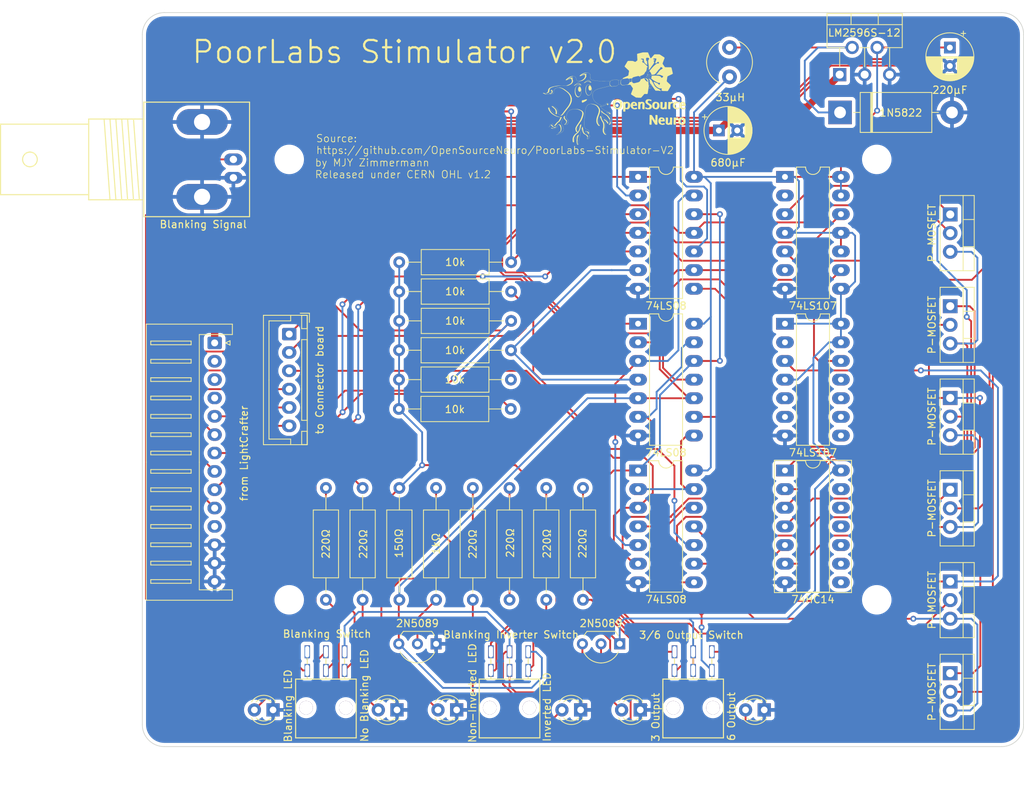
<source format=kicad_pcb>
(kicad_pcb (version 20211014) (generator pcbnew)
  (layers (0 "F.Cu" signal) (31 "B.Cu" signal) (34 "B.Paste" user) (35 "F.Paste" user) (36 "B.SilkS" user "B.Silkscreen") (37 "F.SilkS" user "F.Silkscreen") (38 "B.Mask" user) (39 "F.Mask" user) (44 "Edge.Cuts" user))
  (net 0 "")
  (net 1 "5V")
  (net 2 "Net-(D1-Pad2)")
  (net 3 "Net-(D2-Pad2)")
  (net 4 "Net-(D3-Pad2)")
  (net 5 "Net-(D4-Pad2)")
  (net 6 "Net-(D5-Pad2)")
  (net 7 "Net-(D6-Pad2)")
  (net 8 "Net-(J1-Pad1)")
  (net 9 "Net-(D7-Pad1)")
  (net 10 "12V")
  (net 11 "LED1 enable")
  (net 12 "LED2 enable")
  (net 13 "LED3 enable")
  (net 14 "LED1 PWM")
  (net 15 "LED2 PWM")
  (net 16 "LED3 PWM")
  (net 17 "Blanking")
  (net 18 "Net-(Q1-Pad2)")
  (net 19 "Net-(R1-Pad2)")
  (net 20 "Net-(R2-Pad2)")
  (net 21 "Net-(R4-Pad2)")
  (net 22 "Net-(R5-Pad2)")
  (net 23 "Net-(R6-Pad2)")
  (net 24 "Net-(Q0-Pad2)")
  (net 25 "Net-(Q0-Pad3)")
  (net 26 "Latch LED1")
  (net 27 "Latch LED2")
  (net 31 "Latch LED3")
  (net 32 "GNDREF")
  (net 33 "Net-(U1-Pad6)")
  (net 34 "LED4 Input")
  (net 35 "LED1 Input")
  (net 36 "LED5 Input")
  (net 37 "LED2 Input")
  (net 38 "LED6 Input")
  (net 39 "LED3 Input")
  (net 40 "Net-(U2-Pad6)")
  (net 41 "Net-(U3-Pad6)")
  (net 46 "Net-(Q7-Pad1)")
  (net 47 "Net-(R7-Pad2)")
  (net 48 "Net-(R8-Pad2)")
  (net 49 "unconnected-(SW1-Pad1)")
  (net 50 "Net-(U1-Pad3)")
  (net 54 "6LED{slash}LED1 Input")
  (net 55 "Net-(Q3-Pad1)")
  (net 56 "6LED{slash}LED2 Input")
  (net 57 "Net-(Q5-Pad1)")
  (net 58 "6LED{slash}LED3 Input")
  (net 59 "3LED switch")
  (net 60 "6LED switch")
  (net 61 "Net-(U1-Pad8)")
  (net 62 "LED1 blanked")
  (net 63 "LED2 blanked")
  (net 64 "LED3 blanked")
  (footprint "Resistor_THT:R_Axial_DIN0309_L9.0mm_D3.2mm_P15.24mm_Horizontal" (layer "F.Cu") (at 79.78 78.35)
    (fp_text reference "R13")
    (fp_text value "10k")
  )
  (footprint "Resistor_THT:R_Axial_DIN0309_L9.0mm_D3.2mm_P15.24mm_Horizontal" (layer "F.Cu") (at 84.8 120.35 90)
    (fp_text reference "R4")
    (fp_text value "1kΩ")
  )
  (footprint "Package_DIP:DIP-14_W7.62mm_LongPads" (layer "F.Cu") (at 132.3 82.73)
    (fp_text reference "U6")
    (fp_text value "74LS107")
  )
  (footprint "Package_TO_SOT_THT:TO-220-3_Vertical" (layer "F.Cu") (at 154.8 105.35 -90)
    (fp_text reference "Q5")
    (fp_text value "P-MOSFET")
  )
  (footprint "Package_DIP:DIP-14_W7.62mm_LongPads" (layer "F.Cu") (at 112.3 102.73)
    (fp_text reference "U3")
    (fp_text value "74LS08")
  )
  (footprint "Maxime:Spiky 20" (layer "F.Cu") (at 108.8 52.05)
    (fp_text reference "")
    (fp_text value "LOGO" hide)
  )
  (footprint "Package_TO_SOT_THT:TO-220-3_Vertical" (layer "F.Cu") (at 154.8 130.35 -90)
    (fp_text reference "Q7")
    (fp_text value "P-MOSFET")
  )
  (footprint "Diode_THT:D_DO-201AD_P15.24mm_Horizontal" (layer "F.Cu") (at 139.8 53.95)
    (fp_text reference "D7")
    (fp_text value "1N5822")
  )
  (footprint "LED_THT:LED_D3.0mm" (layer "F.Cu") (at 129.475 135.35 180)
    (fp_text reference "D6")
    (fp_text value "6 Output")
  )
  (footprint "Package_TO_SOT_THT:TO-220-3_Vertical" (layer "F.Cu") (at 154.8 67.85 -90)
    (fp_text reference "Q2")
    (fp_text value "P-MOSFET")
  )
  (footprint "Resistor_THT:R_Axial_DIN0309_L9.0mm_D3.2mm_P15.24mm_Horizontal" (layer "F.Cu") (at 79.8 120.35 90)
    (fp_text reference "R3")
    (fp_text value "150Ω")
  )
  (footprint "Resistor_THT:R_Axial_DIN0309_L9.0mm_D3.2mm_P15.24mm_Horizontal" (layer "F.Cu") (at 95 86.35 180)
    (fp_text reference "R10")
    (fp_text value "10k")
  )
  (footprint "Package_DIP:DIP-14_W7.62mm_LongPads" (layer "F.Cu") (at 112.3 82.73)
    (fp_text reference "U2")
    (fp_text value "74LS08")
  )
  (footprint "Capacitor_THT:CP_Radial_D6.3mm_P2.50mm" (layer "F.Cu") (at 123.3 56.4)
    (fp_text reference "C2")
    (fp_text value "680μF")
  )
  (footprint "LED_THT:LED_D3.0mm" (layer "F.Cu") (at 62.6 135.35 180)
    (fp_text reference "D1")
    (fp_text value "Blanking LED")
  )
  (footprint "Resistor_THT:R_Axial_DIN0309_L9.0mm_D3.2mm_P15.24mm_Horizontal" (layer "F.Cu") (at 79.78 82.35)
    (fp_text reference "R9")
    (fp_text value "10k")
  )
  (footprint "Resistor_THT:R_Axial_DIN0309_L9.0mm_D3.2mm_P15.24mm_Horizontal" (layer "F.Cu") (at 69.8 120.35 90)
    (fp_text reference "R1")
    (fp_text value "220Ω")
  )
  (footprint "Package_TO_SOT_THT:TO-92L_Inline_Wide" (layer "F.Cu") (at 109.8 126.35 180)
    (fp_text reference "Q0")
    (fp_text value "2N5089")
  )
  (footprint "Resistor_THT:R_Axial_DIN0309_L9.0mm_D3.2mm_P15.24mm_Horizontal" (layer "F.Cu") (at 104.8 120.35 90)
    (fp_text reference "R8")
    (fp_text value "220Ω")
  )
  (footprint "Package_TO_SOT_THT:TO-220-3_Vertical" (layer "F.Cu") (at 154.8 117.85 -90)
    (fp_text reference "Q6")
    (fp_text value "P-MOSFET")
  )
  (footprint "Resistor_THT:R_Axial_DIN0309_L9.0mm_D3.2mm_P15.24mm_Horizontal" (layer "F.Cu") (at 89.8 120.35 90)
    (fp_text reference "R5")
    (fp_text value "220Ω")
  )
  (footprint "Maxime:maxi_DPDT_Angled" (layer "F.Cu") (at 69.8 139.15)
    (fp_text reference "SW1" hide)
    (fp_text value "Blanking Switch")
  )
  (footprint "MountingHole:MountingHole_3mm" (layer "F.Cu") (at 64.8 60.35)
    (fp_text reference "H1")
    (fp_text value "MountingHole")
  )
  (footprint "Resistor_THT:R_Axial_DIN0309_L9.0mm_D3.2mm_P15.24mm_Horizontal" (layer "F.Cu") (at 79.78 74.35)
    (fp_text reference "R12")
    (fp_text value "10k")
  )
  (footprint "Capacitor_THT:CP_Radial_D6.3mm_P2.50mm" (layer "F.Cu") (at 154.75 45.117621 -90)
    (fp_text reference "C1")
    (fp_text value "220μF")
  )
  (footprint "MountingHole:MountingHole_3mm" (layer "F.Cu") (at 64.8 120.35)
    (fp_text reference "H3")
    (fp_text value "MountingHole")
  )
  (footprint "Resistor_THT:R_Axial_DIN0309_L9.0mm_D3.2mm_P15.24mm_Horizontal" (layer "F.Cu") (at 79.73 94.35)
    (fp_text reference "R15")
    (fp_text value "10k")
  )
  (footprint "LED_THT:LED_D3.0mm" (layer "F.Cu") (at 104.475 135.35 180)
    (fp_text reference "D3")
    (fp_text value "Inverted LED")
  )
  (footprint "LED_THT:LED_D3.0mm" (layer "F.Cu") (at 112.6 135.35 180)
    (fp_text reference "D5")
    (fp_text value "3 Output")
  )
  (footprint "MountingHole:MountingHole_3mm" (layer "F.Cu") (at 144.8 120.35)
    (fp_text reference "H4")
    (fp_text value "MountingHole")
  )
  (footprint "Package_DIP:DIP-14_W7.62mm_LongPads" (layer "F.Cu") (at 132.3 62.73)
    (fp_text reference "U5")
    (fp_text value "74LS107")
  )
  (footprint "MountingHole:MountingHole_3mm" (layer "F.Cu") (at 144.8 60.35)
    (fp_text reference "H2")
    (fp_text value "MountingHole")
  )
  (footprint "Package_TO_SOT_THT:TO-220-3_Vertical" (layer "F.Cu") (at 154.8 92.85 -90)
    (fp_text reference "Q4")
    (fp_text value "P-MOSFET")
  )
  (footprint "Maxime:maxi_DPDT_Angled" (layer "F.Cu") (at 119.8 139.15)
    (fp_text reference "SW3" hide)
    (fp_text value "3/6 Output Switch")
  )
  (footprint "Package_TO_SOT_THT:TO-220-3_Vertical" (layer "F.Cu") (at 154.8 80.35 -90)
    (fp_text reference "Q3")
    (fp_text value "P-MOSFET")
  )
  (footprint "Package_DIP:DIP-14_W7.62mm_LongPads" (layer "F.Cu") (at 112.3 62.73)
    (fp_text reference "U1")
    (fp_text value "74LS08")
  )
  (footprint "Connector_JST:JST_XH_B6B-XH-A_1x06_P2.50mm_Vertical" (layer "F.Cu") (at 64.8 84.15 -90)
    (fp_text reference "J3")
    (fp_text value "to Connector board")
  )
  (footprint "Package_TO_SOT_THT:TO-92L_Inline_Wide" (layer "F.Cu") (at 84.8 126.35 180)
    (fp_text reference "Q1")
    (fp_text value "2N5089")
  )
  (footprint "Resistor_THT:R_Axial_DIN0309_L9.0mm_D3.2mm_P15.24mm_Horizontal" (layer "F.Cu") (at 79.75 90.35)
    (fp_text reference "R16")
    (fp_text value "10k")
  )
  (footprint "Maxime:BNC_Socket_TYCO-AMP_LargePads" (layer "F.Cu") (at 52.2 60.35 90)
    (fp_text reference "J1")
    (fp_text value "Blanking Signal")
  )
  (footprint "Package_TO_SOT_THT:TO-220-5_P3.4x3.7mm_StaggerOdd_Lead3.8mm_Vertical" (layer "F.Cu") (at 139.75 48.8)
    (fp_text reference "U0")
    (fp_text value "LM2596S-12")
  )
  (footprint "Resistor_THT:R_Axial_DIN0309_L9.0mm_D3.2mm_P15.24mm_Horizontal" (layer "F.Cu") (at 99.8 120.35 90)
    (fp_text reference "R7")
    (fp_text value "220Ω")
  )
  (footprint "Resistor_THT:R_Axial_DIN0309_L9.0mm_D3.2mm_P15.24mm_Horizontal" (layer "F.Cu") (at 74.8 120.35 90)
    (fp_text reference "R2")
    (fp_text value "220Ω")
  )
  (footprint "Connector_JST:JST_XH_S14B-XH-A_1x14_P2.50mm_Horizontal" (layer "F.Cu") (at 54.65 85.35 -90)
    (fp_text reference "J2")
    (fp_text value "from LightCrafter")
  )
  (footprint "LED_THT:LED_D3.0mm" (layer "F.Cu") (at 79.475 135.35 180)
    (fp_text reference "D2")
    (fp_text value "No Blanking LED")
  )
  (footprint "Resistor_THT:R_Axial_DIN0309_L9.0mm_D3.2mm_P15.24mm_Horizontal" (layer "F.Cu") (at 94.8 120.35 90)
    (fp_text reference "R6")
    (fp_text value "220Ω")
  )
  (footprint "LED_THT:LED_D3.0mm" (layer "F.Cu") (at 87.6 135.35 180)
    (fp_text reference "D4")
    (fp_text value "Non-Inverted LED")
  )
  (footprint "Inductor_THT:L_Radial_D6.0mm_P4.00mm" (layer "F.Cu") (at 124.75 45.1 -90)
    (fp_text reference "L1")
    (fp_text value "33μH")
  )
  (footprint "Package_DIP:DIP-14_W7.62mm_Socket_LongPads" (layer "F.Cu") (at 132.3 102.73)
    (fp_text reference "U4")
    (fp_text value "74HC14")
  )
  (footprint "Maxime:maxi_DPDT_Angled" (layer "F.Cu") (at 94.8 139.15)
    (fp_text reference "SW2" hide)
    (fp_text value "Blanking Inverter Switch")
  )
  (gr_arc (start 47.8 140.35) (mid 45.67868 139.47132) (end 44.8 137.35) (layer "Edge.Cuts") (width 0.1))
  (gr_line (start 47.8 40.35) (end 161.8 40.35) (layer "Edge.Cuts") (width 0.1))
  (gr_arc (start 161.8 40.35) (mid 163.92132 41.22868) (end 164.8 43.35) (layer "Edge.Cuts") (width 0.1))
  (gr_arc (start 164.8 137.35) (mid 163.92132 139.47132) (end 161.8 140.35) (layer "Edge.Cuts") (width 0.1))
  (gr_line (start 164.8 43.35) (end 164.8 137.35) (layer "Edge.Cuts") (width 0.1))
  (gr_line (start 161.8 140.35) (end 47.8 140.35) (layer "Edge.Cuts") (width 0.1))
  (gr_arc (start 44.8 43.35) (mid 45.67868 41.22868) (end 47.8 40.35) (layer "Edge.Cuts") (width 0.1))
  (gr_line (start 44.8 137.35) (end 44.8 43.35) (layer "Edge.Cuts") (width 0.1))
  (gr_text "Source:\nhttps://github.com/OpenSourceNeuro/PoorLabs-Stimulator-V2" (at 68.4 58.3) (layer "F.SilkS") (effects (font (size 1 1) (thickness 0.1)) (justify left)))
  (gr_text "by MJY Zimmermann\nReleased under CERN OHL v1.2" (at 68.25 61.6) (layer "F.SilkS") (effects (font (size 1 1) (thickness 0.1)) (justify left)))
  (gr_text "PoorLabs Stimulator v2.0" (at 80.5 45.7) (layer "F.SilkS") (effects (font (size 3 3) (thickness 0.3))))
  (segment (start 70.95 128.82) (end 70.95 126.05) (width 0.25) (layer "F.Cu") (net 1))
  (segment (start 144.85 45.1) (end 154.732379 45.1) (width 0.25) (layer "F.Cu") (net 1))
  (segment (start 154.732379 45.1) (end 154.75 45.117621) (width 0.25) (layer "F.Cu") (net 1))
  (segment (start 82.9 102.01) (end 83.2903 102.01) (width 0.25) (layer "F.Cu") (net 1))
  (segment (start 73.73 106.53) (end 78.38 106.53) (width 0.25) (layer "F.Cu") (net 1))
  (segment (start 79.78 86.33) (end 79.76 86.35) (width 0.25) (layer "F.Cu") (net 1))
  (segment (start 139.92 70.35) (end 139.92 72.89) (width 0.25) (layer "F.Cu") (net 1))
  (segment (start 139.92 58.63) (end 139.92 62.73) (width 0.25) (layer "F.Cu") (net 1))
  (segment (start 141.15 70.35) (end 139.92 70.35) (width 0.25) (layer "F.Cu") (net 1))
  (segment (start 104.95048 123.80048) (end 103.05048 123.80048) (width 0.25) (layer "F.Cu") (net 1))
  (segment (start 79.76 90.34) (end 79.75 90.35) (width 0.25) (layer "F.Cu") (net 1))
  (segment (start 69.1 103.5) (end 70.7 103.5) (width 0.25) (layer "F.Cu") (net 1))
  (segment (start 79.8 78.33) (end 79.78 78.35) (width 0.25) (layer "F.Cu") (net 1))
  (segment (start 144.85 53.7) (end 139.92 58.63) (width 0.25) (layer "F.Cu") (net 1))
  (segment (start 83.2903 102.01) (end 83.3003 102) (width 0.25) (layer "F.Cu") (net 1))
  (segment (start 104.45048 123.80048) (end 104.95048 123.80048) (width 0.25) (layer "F.Cu") (net 1))
  (segment (start 70.95 126.05) (end 68.4 123.5) (width 0.25) (layer "F.Cu") (net 1))
  (segment (start 103.05048 123.80048) (end 101.175 121.925) (width 0.25) (layer "F.Cu") (net 1))
  (segment (start 68.4 123.5) (end 68.4 116.8) (width 0.25) (layer "F.Cu") (net 1))
  (segment (start 68.4 104.2) (end 69.1 103.5) (width 0.25) (layer "F.Cu") (net 1))
  (segment (start 68.4 111.3) (end 68.4 104.2) (width 0.25) (layer "F.Cu") (net 1))
  (segment (start 68.4 111.3) (end 68.4 110.95) (width 0.25) (layer "F.Cu") (net 1))
  (segment (start 83.3003 102) (end 95.6 102) (width 0.25) (layer "F.Cu") (net 1))
  (segment (start 101.175 121.925) (end 101.175 118.525) (width 0.25) (layer "F.Cu") (net 1))
  (segment (start 70.7 103.5) (end 73.73 106.53) (width 0.25) (layer "F.Cu") (net 1))
  (segment (start 97.3 103.7) (end 97.3 114.65) (width 0.25) (layer "F.Cu") (net 1))
  (segment (start 68.4 116.8) (end 68.4 111.3) (width 0.25) (layer "F.Cu") (net 1))
  (segment (start 132.3 62.73) (end 139.92 62.73) (width 0.25) (layer "F.Cu") (net 1))
  (segment (start 119.8 129.97) (end 119.8 127.43) (width 0.25) (layer "F.Cu") (net 1))
  (segment (start 79.75 94.33) (end 79.73 94.35) (width 0.25) (layer "F.Cu") (net 1))
  (segment (start 68.4 116.8) (end 68.4 116.51) (width 0.25) (layer "F.Cu") (net 1))
  (segment (start 69.8 129.97) (end 70.95 128.82) (width 0.25) (layer "F.Cu") (net 1))
  (segment (start 97.3 114.65) (end 101.175 118.525) (width 0.25) (layer "F.Cu") (net 1))
  (segment (start 95.6 102) (end 97.3 103.7) (width 0.25) (layer "F.Cu") (net 1))
  (segment (start 78.38 106.53) (end 79.8 105.11) (width 0.25) (layer "F.Cu") (net 1))
  (segment (start 107.25048 123.80048) (end 109.8 126.35) (width 0.25) (layer "F.Cu") (net 1))
  (segment (start 104.95048 123.80048) (end 107.25048 123.80048) (width 0.25) (layer "F.Cu") (net 1))
  (segment (start 119.92 102.73) (end 120.32 102.73) (width 0.25) (layer "F.Cu") (net 1))
  (via (at 144.85 53.7) (size 0.8) (drill 0.4) (layers "F.Cu" "B.Cu") (net 1))
  (via (at 82.9 102.01) (size 0.8) (drill 0.4) (layers "F.Cu" "B.Cu") (net 1))
  (segment (start 79.78 82.35) (end 79.78 86.33) (width 0.25) (layer "B.Cu") (net 1))
  (segment (start 122.2 102.3) (end 121.77 102.73) (width 0.25) (layer "B.Cu") (net 1))
  (segment (start 132.3 62.73) (end 119.92 62.73) (width 0.25) (layer "B.Cu") (net 1))
  (segment (start 134 90.35) (end 136.175 88.175) (width 0.25) (layer "B.Cu") (net 1))
  (segment (start 122.2 81.8) (end 122.2 102.3) (width 0.25) (layer "B.Cu") (net 1))
  (segment (start 109.8 123.55) (end 110.45 122.9) (width 0.25) (layer "B.Cu") (net 1))
  (segment (start 121.27 82.73) (end 119.92 82.73) (width 0.25) (layer "B.Cu") (net 1))
  (segment (start 141.85 77) (end 140.88 77.97) (width 0.25) (layer "B.Cu") (net 1))
  (segment (start 122.2 63.6) (end 122.2 81.8) (width 0.25) (layer "B.Cu") (net 1))
  (segment (start 138.28 85.27) (end 136.175 87.375) (width 0.25) (layer "B.Cu") (net 1))
  (segment (start 140.88 77.97) (end 139.92 77.97) (width 0.25) (layer "B.Cu") (net 1))
  (segment (start 82.9 97.52) (end 82.9 102.01) (width 0.25) (layer "B.Cu") (net 1))
  (segment (start 139.92 85.27) (end 138.28 85.27) (width 0.25) (layer "B.Cu") (net 1))
  (segment (start 109.8 126.35) (end 109.8 123.55) (width 0.25) (layer "B.Cu") (net 1))
  (segment (start 141.85 70.75) (end 141.85 77) (width 0.25) (layer "B.Cu") (net 1))
  (segment (start 121.33 62.73) (end 122.2 63.6) (width 0.25) (layer "B.Cu") (net 1))
  (segment (start 144.85 45.1) (end 144.85 53.7) (width 0.25) (layer "B.Cu") (net 1))
  (segment (start 134.2 63.3) (end 133.63 62.73) (width 0.25) (layer "B.Cu") (net 1))
  (segment (start 132.3 70.35) (end 133.4 70.35) (width 0.25) (layer "B.Cu") (net 1))
  (segment (start 110.45 122.9) (end 119.1 122.9) (width 0.25) (layer "B.Cu") (net 1))
  (segment (start 136.175 88.175) (end 136.175 87.375) (width 0.25) (layer "B.Cu") (net 1))
  (segment (start 79.78 74.35) (end 79.78 78.35) (width 0.25) (layer "B.Cu") (net 1))
  (segment (start 119.92 62.73) (end 119.92 53.93) (width 0.25) (layer "B.Cu") (net 1))
  (segment (start 132.3 70.35) (end 139.92 70.35) (width 0.25) (layer "B.Cu") (net 1))
  (segment (start 82.9 102.01) (end 79.8 105.11) (width 0.25) (layer "B.Cu") (net 1))
  (segment (start 136.4 119.1) (end 136.4 105.25) (width 0.25) (layer "B.Cu") (net 1))
  (segment (start 136.175 98.985) (end 137.52 100.33) (width 0.25) (layer "B.Cu") (net 1))
  (segment (start 119.92 53.93) (end 124.75 49.1) (width 0.25) (layer "B.Cu") (net 1))
  (segment (start 119.1 122.9) (end 119.25 122.9) (width 0.25) (layer "B.Cu") (net 1))
  (segment (start 136.4 105.25) (end 138.92 102.73) (width 0.25) (layer "B.Cu") (net 1))
  (segment (start 137.52 100.33) (end 139.92 102.73) (width 0.25) (layer "B.Cu") (net 1))
  (segment (start 79.76 86.35) (end 79.76 90.34) (width 0.25) (layer "B.Cu") (net 1))
  (segment (start 119.92 62.73) (end 121.33 62.73) (width 0.25) (layer "B.Cu") (net 1))
  (segment (start 79.76 90.34) (end 79.75 90.35) (width 0.25) (layer "B.Cu") (net 1))
  (segment (start 119.1 122.9) (end 132.6 122.9) (width 0.25) (layer "B.Cu") (net 1))
  (segment (start 119.25 122.9) (end 119.8 123.45) (width 0.25) (layer "B.Cu") (net 1))
  (segment (start 121.77 102.73) (end 119.92 102.73) (width 0.25) (layer "B.Cu") (net 1))
  (segment (start 139.92 77.97) (end 139.92 82.73) (width 0.25) (layer "B.Cu") (net 1))
  (segment (start 79.78 86.33) (end 79.76 86.35) (width 0.25) (layer "B.Cu") (net 1))
  (segment (start 133.63 62.73) (end 132.3 62.73) (width 0.25) (layer "B.Cu") (net 1))
  (segment (start 119.8 123.45) (end 119.8 127.43) (width 0.25) (layer "B.Cu") (net 1))
  (segment (start 136.175 88.175) (end 136.175 98.985) (width 0.25) (layer "B.Cu") (net 1))
  (segment (start 138.92 102.73) (end 139.92 102.73) (width 0.25) (layer "B.Cu") (net 1))
  (segment (start 133.4 70.35) (end 134.2 69.55) (width 0.25) (layer "B.Cu") (net 1))
  (segment (start 139.92 70.35) (end 141.45 70.35) (width 0.25) (layer "B.Cu") (net 1))
  (segment (start 139.92 62.73) (end 139.92 65.27) (width 0.25) (layer "B.Cu") (net 1))
  (segment (start 79.73 94.35) (end 82.9 97.52) (width 0.25) (layer "B.Cu") (net 1))
  (segment (start 141.45 70.35) (end 141.85 70.75) (width 0.25) (layer "B.Cu") (net 1))
  (segment (start 132.3 82.73) (end 139.92 82.73) (width 0.25) (layer "B.Cu") (net 1))
  (segment (start 79.78 78.35) (end 79.78 82.35) (width 0.25) (layer "B.Cu") (net 1))
  (segment (start 132.6 122.9) (end 136.4 119.1) (width 0.25) (layer "B.Cu") (net 1))
  (segment (start 79.75 90.35) (end 79.75 94.33) (width 0.25) (layer "B.Cu") (net 1))
  (segment (start 134.2 69.55) (end 134.2 63.3) (width 0.25) (layer "B.Cu") (net 1))
  (segment (start 79.75 94.33) (end 79.73 94.35) (width 0.25) (layer "B.Cu") (net 1))
  (segment (start 139.92 82.73) (end 139.92 85.27) (width 0.25) (layer "B.Cu") (net 1))
  (segment (start 132.3 90.35) (end 134 90.35) (width 0.25) (layer "B.Cu") (net 1))
  (segment (start 122.2 81.8) (end 121.27 82.73) (width 0.25) (layer "B.Cu") (net 1))
  (segment (start 70.15 132.65) (end 71.55 131.25) (width 0.25) (layer "F.Cu") (net 2))
  (segment (start 62.76 132.65) (end 70.15 132.65) (width 0.25) (layer "F.Cu") (net 2))
  (segment (start 71.55 122.1) (end 69.8 120.35) (width 0.25) (layer "F.Cu") (net 2))
  (segment (start 71.55 131.25) (end 71.55 122.1) (width 0.25) (layer "F.Cu") (net 2))
  (segment (start 60.06 135.35) (end 62.76 132.65) (width 0.25) (layer "F.Cu") (net 2))
  (segment (start 74.8 120.35) (end 74.8 133.215) (width 0.25) (layer "F.Cu") (net 3))
  (segment (start 74.8 133.215) (end 76.935 135.35) (width 0.25) (layer "F.Cu") (net 3))
  (segment (start 98.485 138.8) (end 101.935 135.35) (width 0.25) (layer "F.Cu") (net 4))
  (segment (start 92.55 138.8) (end 98.485 138.8) (width 0.25) (layer "F.Cu") (net 4))
  (segment (start 89.8 120.35) (end 89.8 136.05) (width 0.25) (layer "F.Cu") (net 4))
  (segment (start 89.8 136.05) (end 92.55 138.8) (width 0.25) (layer "F.Cu") (net 4))
  (segment (start 93.3 117.45) (end 80.15 117.45) (width 0.25) (layer "F.Cu") (net 5))
  (segment (start 94.8 120.35) (end 94.8 118.95) (width 0.25) (layer "F.Cu") (net 5))
  (segment (start 77.35 120.25) (end 77.35 127.64) (width 0.25) (layer "F.Cu") (net 5))
  (segment (start 77.35 127.64) (end 85.06 135.35) (width 0.25) (layer "F.Cu") (net 5))
  (segment (start 80.15 117.45) (end 77.35 120.25) (width 0.25) (layer "F.Cu") (net 5))
  (segment (start 94.8 118.95) (end 93.3 117.45) (width 0.25) (layer "F.Cu") (net 5))
  (segment (start 99.8 120.35) (end 99.8 122) (width 0.25) (layer "F.Cu") (net 6))
  (segment (start 106.9 124.25) (end 108.5 125.85) (width 0.25) (layer "F.Cu") (net 6))
  (segment (start 99.8 122) (end 102.05 124.25) (width 0.25) (layer "F.Cu") (net 6))
  (segment (start 108.5 133.79) (end 110.06 135.35) (width 0.25) (layer "F.Cu") (net 6))
  (segment (start 108.5 125.85) (end 108.5 133.79) (width 0.25) (layer "F.Cu") (net 6))
  (segment (start 102.05 124.25) (end 106.9 124.25) (width 0.25) (layer "F.Cu") (net 6))
  (segment (start 111.284511 125.685489) (end 105.949022 120.35) (width 0.25) (layer "F.Cu") (net 7))
  (segment (start 125.25 139.5) (end 113.9 139.5) (width 0.25) (layer "F.Cu") (net 7))
  (segment (start 111.284511 136.884511) (end 111.284511 125.685489) (width 0.25) (layer "F.Cu") (net 7))
  (segment (start 105.949022 120.35) (end 104.8 120.35) (width 0.25) (layer "F.Cu") (net 7))
  (segment (start 126.935 137.815) (end 125.25 139.5) (width 0.25) (layer "F.Cu") (net 7))
  (segment (start 113.9 139.5) (end 111.284511 136.884511) (width 0.25) (layer "F.Cu") (net 7))
  (segment (start 126.935 135.35) (end 126.935 137.815) (width 0.25) (layer "F.Cu") (net 7))
  (segment (start 68 131.65) (end 56.75096 131.65) (width 0.25) (layer "F.Cu") (net 8))
  (segment (start 52.9 60.35) (end 57.20126 60.35) (width 0.25) (layer "F.Cu") (net 8))
  (segment (start 68.5 131.15) (end 68 131.65) (width 0.25) (layer "F.Cu") (net 8))
  (segment (start 45.30048 120.19952) (end 45.30048 67.94952) (width 0.25) (layer "F.Cu") (net 8))
  (segment (start 56.75096 131.65) (end 45.30048 120.19952) (width 0.25) (layer "F.Cu") (net 8))
  (segment (start 68.5 128.73) (end 68.5 131.15) (width 0.25) (layer "F.Cu") (net 8))
  (segment (start 69.8 127.43) (end 68.5 128.73) (width 0.25) (layer "F.Cu") (net 8))
  (segment (start 45.30048 67.94952) (end 52.9 60.35) (width 0.25) (layer "F.Cu") (net 8))
  (segment (start 124.75 45.1) (end 141.45 45.1) (width 0.25) (layer "F.Cu") (net 9))
  (segment (start 135 46.9) (end 135 52.1) (width 0.25) (layer "B.Cu") (net 9))
  (segment (start 136.8 45.1) (end 135 46.9) (width 0.25) (layer "B.Cu") (net 9))
  (segment (start 141.45 45.1) (end 136.8 45.1) (width 0.25) (layer "B.Cu") (net 9))
  (segment (start 136.85 53.95) (end 139.8 53.95) (width 0.25) (layer "B.Cu") (net 9))
  (segment (start 135 52.1) (end 136.85 53.95) (width 0.25) (layer "B.Cu") (net 9))
  (segment (start 139.75 48.8) (end 135.3 53.25) (width 1) (layer "F.Cu") (net 10))
  (segment (start 135.3 53.25) (end 126.45 53.25) (width 1) (layer "F.Cu") (net 10))
  (segment (start 54.65 85.35) (end 54.65 81.598235) (width 1) (layer "F.Cu") (net 10))
  (segment (start 126.45 53.25) (end 123.3 56.4) (width 1) (layer "F.Cu") (net 10))
  (segment (start 79.848235 56.4) (end 123.3 56.4) (width 1) (layer "F.Cu") (net 10))
  (segment (start 54.65 81.598235) (end 79.848235 56.4) (width 1) (layer "F.Cu") (net 10))
  (segment (start 114.9 63.15) (end 114.9 69.1) (width 0.25) (layer "F.Cu") (net 11))
  (segment (start 114.48 62.73) (end 114.9 63.15) (width 0.25) (layer "F.Cu") (net 11))
  (segment (start 74.45 83.65) (end 93.72 83.65) (width 0.25) (layer "F.Cu") (net 11))
  (segment (start 67.35 96.9) (end 67.45 96.8) (width 0.25) (layer "F.Cu") (net 11))
  (segment (start 114.9 69.1) (end 117.45 71.65) (width 0.25) (layer "F.Cu") (net 11))
  (segment (start 112.3 62.73) (end 75.320001 62.73) (width 0.25) (layer "F.Cu") (net 11))
  (segment (start 93.72 83.65) (end 95.02 82.35) (width 0.25) (layer "F.Cu") (net 11))
  (segment (start 112.3 62.73) (end 114.48 62.73) (width 0.25) (layer "F.Cu") (net 11))
  (segment (start 87.2 90.17) (end 87.2 90.2) (width 0.25) (layer "F.Cu") (net 11))
  (segment (start 54.65 95.35) (end 57.9 95.35) (width 0.25) (layer "F.Cu") (net 11))
  (segment (start 70.25 79.45) (end 74.45 83.65) (width 0.25) (layer "F.Cu") (net 11))
  (segment (start 87.2 90.2) (end 85.54952 91.85048) (width 0.25) (layer "F.Cu") (net 11))
  (segment (start 72.39952 91.85048) (end 67.35 96.9) (width 0.25) (layer "F.Cu") (net 11))
  (segment (start 85.54952 91.85048) (end 72.39952 91.85048) (width 0.25) (layer "F.Cu") (net 11))
  (segment (start 117.45 71.65) (end 136.08 71.65) (width 0.25) (layer "F.Cu") (net 11))
  (segment (start 60.85 98.3) (end 65.95 98.3) (width 0.25) (layer "F.Cu") (net 11))
  (segment (start 57.9 95.35) (end 60.85 98.3) (width 0.25) (layer "F.Cu") (net 11))
  (segment (start 70.25 67.800001) (end 70.25 79.45) (width 0.25) (layer "F.Cu") (net 11))
  (segment (start 75.320001 62.73) (end 70.25 67.800001) (width 0.25) (layer "F.Cu") (net 11))
  (segment (start 65.95 98.3) (end 67.35 96.9) (width 0.25) (layer "F.Cu") (net 11))
  (segment (start 136.08 71.65) (end 139.92 67.81) (width 0.25) (layer "F.Cu") (net 11))
  (via (at 87.2 90.17) (size 0.8) (drill 0.4) (layers "F.Cu" "B.Cu") (net 11))
  (segment (start 95.02 82.35) (end 87.2 90.17) (width 0.25) (layer "B.Cu") (net 11))
  (segment (start 52.412517 80.762517) (end 79.112518 54.062518) (width 0.25) (layer "F.Cu") (net 12))
  (segment (start 79.355036 53.82) (end 79.112518 54.062518) (width 0.25) (layer "F.Cu") (net 12))
  (segment (start 125.3 74.15) (end 118.2 74.15) (width 0.25) (layer "F.Cu") (net 12))
  (segment (start 52.401766 80.762517) (end 52.412517 80.762517) (width 0.25) (layer "F.Cu") (net 12))
  (segment (start 95.02 74.35) (end 99.02 70.35) (width 0.25) (layer "F.Cu") (net 12))
  (segment (start 99.02 70.35) (end 112.3 70.35) (width 0.25) (layer "F.Cu") (net 12))
  (segment (start 54.65 97.85) (end 51.15096 94.35096) (width 0.25) (layer "F.Cu") (net 12))
  (segment (start 114.4 70.35) (end 112.3 70.35) (width 0.25) (layer "F.Cu") (net 12))
  (segment (start 118.2 74.15) (end 114.4 70.35) (width 0.25) (layer "F.Cu") (net 12))
  (segment (start 138.6 76.75) (end 127.9 76.75) (width 0.25) (layer "F.Cu") (net 12))
  (segment (start 139.92 75.43) (end 138.6 76.75) (width 0.25) (layer "F.Cu") (net 12))
  (segment (start 51.15096 82.013323) (end 52.401766 80.762517) (width 0.25) (layer "F.Cu") (net 12))
  (segment (start 51.15096 94.35096) (end 51.15096 83.45096) (width 0.25) (layer "F.Cu") (net 12))
  (segment (start 95.02 53.82) (end 79.355036 53.82) (width 0.25) (layer "F.Cu") (net 12))
  (segment (start 51.15096 83.45096) (end 51.15096 82.013323) (width 0.25) (layer "F.Cu") (net 12))
  (segment (start 79.375036 53.8) (end 94.95 53.8) (width 0.25) (layer "F.Cu") (net 12))
  (segment (start 127.9 76.75) (end 125.3 74.15) (width 0.25) (layer "F.Cu") (net 12))
  (segment (start 79.112518 54.062518) (end 79.375036 53.8) (width 0.25) (layer "F.Cu") (net 12))
  (via (at 95.02 53.82) (size 0.8) (drill 0.4) (layers "F.Cu" "B.Cu") (net 12))
  (segment (start 95.02 74.35) (end 95.02 53.82) (width 0.25) (layer "B.Cu") (net 12))
  (segment (start 129.95 80.45) (end 134.75 80.45) (width 0.25) (layer "F.Cu") (net 13))
  (segment (start 124.93 75.43) (end 129.95 80.45) (width 0.25) (layer "F.Cu") (net 13))
  (segment (start 136.25 87.15) (end 136.91 87.81) (width 0.25) (layer "F.Cu") (net 13))
  (segment (start 93.79952 75.264762) (end 93.79952 72.45) (width 0.25) (layer "F.Cu") (net 13))
  (segment (start 136.25 81.95) (end 136.25 87.15) (width 0.25) (layer "F.Cu") (net 13))
  (segment (start 97.29952 68.95) (end 113.55 68.95) (width 0.25) (layer "F.Cu") (net 13))
  (segment (start 92.92 92.3) (end 94.97 94.35) (width 0.25) (layer "F.Cu") (net 13))
  (segment (start 96.672394 75.75096) (end 94.285718 75.75096) (width 0.25) (layer "F.Cu") (net 13))
  (segment (start 93.79952 72.45) (end 97.29952 68.95) (width 0.25) (layer "F.Cu") (net 13))
  (segment (start 66.5 100.35) (end 72.075 94.775) (width 0.25) (layer "F.Cu") (net 13))
  (segment (start 72.075 94.775) (end 74.55 92.3) (width 0.25) (layer "F.Cu") (net 13))
  (segment (start 134.75 80.45) (end 136.25 81.95) (width 0.25) (layer "F.Cu") (net 13))
  (segment (start 74.55 92.3) (end 92.92 92.3) (width 0.25) (layer "F.Cu") (net 13))
  (segment (start 113.55 68.95) (end 114.05 68.45) (width 0.25) (layer "F.Cu") (net 13))
  (segment (start 119.92 75.43) (end 124.93 75.43) (width 0.25) (layer "F.Cu") (net 13))
  (segment (start 136.91 87.81) (end 139.92 87.81) (width 0.25) (layer "F.Cu") (net 13))
  (segment (start 119.92 75.43) (end 117.67 75.43) (width 0.25) (layer "F.Cu") (net 13))
  (segment (start 85.55 66.6) (end 72.05 80.1) (width 0.25) (layer "F.Cu") (net 13))
  (segment (start 114.05 68.45) (end 114.05 67.5) (width 0.25) (layer "F.Cu") (net 13))
  (segment (start 94.285718 75.75096) (end 93.79952 75.264762) (width 0.25) (layer "F.Cu") (net 13))
  (segment (start 113.15 66.6) (end 85.55 66.6) (width 0.25) (layer "F.Cu") (net 13))
  (segment (start 112 81.1) (end 102.021436 81.1) (width 0.25) (layer "F.Cu") (net 13))
  (segment (start 102.021436 81.1) (end 96.672394 75.75096) (width 0.25) (layer "F.Cu") (net 13))
  (segment (start 117.67 75.43) (end 112 81.1) (width 0.25) (layer "F.Cu") (net 13))
  (segment (start 114.05 67.5) (end 113.15 66.6) (width 0.25) (layer "F.Cu") (net 13))
  (segment (start 54.65 100.35) (end 66.5 100.35) (width 0.25) (layer "F.Cu") (net 13))
  (via (at 72.075 94.775) (size 0.8) (drill 0.4) (layers "F.Cu" "B.Cu") (net 13))
  (via (at 72.05 80.1) (size 0.8) (drill 0.4) (layers "F.Cu" "B.Cu") (net 13))
  (segment (start 72.05 80.1) (end 72.05 94.7) (width 0.25) (layer "B.Cu") (net 13))
  (segment (start 50.70144 81.827125) (end 56.433907 76.094658) (width 0.25) (layer "F.Cu") (net 14))
  (segment (start 79.539318 53) (end 109.45 53) (width 0.25) (layer "F.Cu") (net 14))
  (segment (start 54.65 102.85) (end 50.70144 98.90144) (width 0.25) (layer "F.Cu") (net 14))
  (segment (start 56.433907 76.094658) (end 56.444659 76.094658) (width 0.25) (layer "F.Cu") (net 14))
  (segment (start 56.444659 76.094658) (end 79.539318 53) (width 0.25) (layer "F.Cu") (net 14))
  (segment (start 50.70144 98.90144) (end 50.70144 82.79856) (width 0.25) (layer "F.Cu") (net 14))
  (segment (start 50.70144 82.79856) (end 50.70144 81.827125) (width 0.25) (layer "F.Cu") (net 14))
  (via (at 109.45 53) (size 0.8) (drill 0.4) (layers "F.Cu" "B.Cu") (net 14))
  (segment (start 109.45 64.05) (end 110.67 65.27) (width 0.25) (layer "B.Cu") (net 14))
  (segment (start 109.45 53) (end 109.45 64.05) (width 0.25) (layer "B.Cu") (net 14))
  (segment (start 110.67 65.27) (end 112.3 65.27) (width 0.25) (layer "B.Cu") (net 14))
  (segment (start 91.15 76.3) (end 78.35 76.3) (width 0.25) (layer "F.Cu") (net 15))
  (segment (start 59.20048 100.79952) (end 68.85048 100.79952) (width 0.25) (layer "F.Cu") (net 15))
  (segment (start 103.06 72.89) (end 109.89 72.89) (width 0.25) (layer "F.Cu") (net 15))
  (segment (start 112.3 72.89) (end 109.89 72.89) (width 0.25) (layer "F.Cu") (net 15))
  (segment (start 54.65 105.35) (end 59.20048 100.79952) (width 0.25) (layer "F.Cu") (net 15))
  (segment (start 99.65 76.3) (end 103.06 72.89) (width 0.25) (layer "F.Cu") (net 15))
  (segment (start 78.35 76.3) (end 74.2 80.45) (width 0.25) (layer "F.Cu") (net 15))
  (segment (start 68.85048 100.79952) (end 74.2 95.45) (width 0.25) (layer "F.Cu") (net 15))
  (via (at 91.15 76.3) (size 0.8) (drill 0.4) (layers "F.Cu" "B.Cu") (net 15))
  (via (at 74.2 80.45) (size 0.8) (drill 0.4) (layers "F.Cu" "B.Cu") (net 15))
  (via (at 74.2 95.45) (size 0.8) (drill 0.4) (layers "F.Cu" "B.Cu") (net 15))
  (via (at 99.65 76.3) (size 0.8) (drill 0.4) (layers "F.Cu" "B.Cu") (net 15))
  (segment (start 74.2 95.45) (end 74.2 80.45) (width 0.25) (layer "B.Cu") (net 15))
  (segment (start 91.15 76.3) (end 99.65 76.3) (width 0.25) (layer "B.Cu") (net 15))
  (segment (start 50.25 103.45) (end 50.25 83.25) (width 0.25) (layer "F.Cu") (net 16))
  (segment (start 50.25 83.25) (end 50.25 81.642848) (width 0.25) (layer "F.Cu") (net 16))
  (segment (start 50.25 81.642848) (end 63.741048 68.1518) (width 0.25) (layer "F.Cu") (net 16))
  (segment (start 63.7518 68.1518) (end 79.803601 52.1) (width 0.25) (layer "F.Cu") (net 16))
  (segment (start 79.803601 52.1) (end 117.8 52.1) (width 0.25) (layer "F.Cu") (net 16))
  (segment (start 54.65 107.85) (end 50.25 103.45) (width 0.25) (layer "F.Cu") (net 16))
  (segment (start 63.741048 68.1518) (end 63.7518 68.1518) (width 0.25) (layer "F.Cu") (net 16))
  (via (at 117.8 52.1) (size 0.8) (drill 0.4) (layers "F.Cu" "B.Cu") (net 16))
  (segment (start 121.7 71.11) (end 121.7 64.5) (width 0.25) (layer "B.Cu") (net 16))
  (segment (start 118.1 63.25) (end 118.1 52.4) (width 0.25) (layer "B.Cu") (net 16))
  (segment (start 118.1 52.4) (end 117.8 52.1) (width 0.25) (layer "B.Cu") (net 16))
  (segment (start 121.7 64.5) (end 121.25 64.05) (width 0.25) (layer "B.Cu") (net 16))
  (segment (start 118.9 64.05) (end 118.1 63.25) (width 0.25) (layer "B.Cu") (net 16))
  (segment (start 119.92 72.89) (end 121.7 71.11) (width 0.25) (layer "B.Cu") (net 16))
  (segment (start 121.25 64.05) (end 118.9 64.05) (width 0.25) (layer "B.Cu") (net 16))
  (segment (start 119.204282 92.89) (end 115.25 88.935718) (width 0.25) (layer "F.Cu") (net 17))
  (segment (start 79.72 120.43) (end 79.8 120.35) (width 0.25) (layer "F.Cu") (net 17))
  (segment (start 115.25 88.935718) (end 115.25 86.4) (width 0.25) (layer "F.Cu") (net 17))
  (segment (start 119.92 92.89) (end 119.204282 92.89) (width 0.25) (layer "F.Cu") (net 17))
  (segment (start 112.3 92.89) (end 119.92 92.89) (width 0.25) (layer "F.Cu") (net 17))
  (segment (start 79.72 126.35) (end 79.72 120.43) (width 0.25) (layer "F.Cu") (net 17))
  (segment (start 114.12 85.27) (end 115.25 86.4) (width 0.25) (layer "F.Cu") (net 17))
  (segment (start 112.3 85.27) (end 114.12 85.27) (width 0.25) (layer "F.Cu") (net 17))
  (segment (start 97.8 132.35) (end 99.2 130.95) (width 0.25) (layer "B.Cu") (net 17))
  (segment (start 85.72 132.35) (end 97.8 132.35) (width 0.25) (layer "B.Cu") (net 17))
  (segment (start 98.38 127.43) (end 97.34 127.43) (width 0.25) (layer "B.Cu") (net 17))
  (segment (start 99.2 130.95) (end 99.2 128.25) (width 0.25) (layer "B.Cu") (net 17))
  (segment (start 99.2 128.25) (end 98.38 127.43) (width 0.25) (layer "B.Cu") (net 17))
  (segment (start 105.4297 92.89) (end 112.3 92.89) (width 0.25) (layer "B.Cu") (net 17))
  (segment (start 79.8 118.5197) (end 105.4297 92.89) (width 0.25) (layer "B.Cu") (net 17))
  (segment (start 79.8 120.35) (end 79.8 118.5197) (width 0.25) (layer "B.Cu") (net 17))
  (segment (start 79.72 126.35) (end 85.72 132.35) (width 0.25) (layer "B.Cu") (net 17))
  (segment (start 82.26 126.35) (end 82.26 122.89) (width 0.25) (layer "F.Cu") (net 18))
  (segment (start 82.26 122.89) (end 84.8 120.35) (width 0.25) (layer "F.Cu") (net 18))
  (segment (start 73.7 128.6) (end 73.7 122.15) (width 0.25) (layer "F.Cu") (net 19))
  (segment (start 72.34 129.97) (end 72.34 129.96) (width 0.25) (layer "F.Cu") (net 19))
  (segment (start 73.7 122.15) (end 72.3 120.75) (width 0.25) (layer "F.Cu") (net 19))
  (segment (start 69.8 111.85) (end 72.3 114.35) (width 0.25) (layer "F.Cu") (net 19))
  (segment (start 72.34 129.96) (end 73.7 128.6) (width 0.25) (layer "F.Cu") (net 19))
  (segment (start 72.3 120.75) (end 72.3 114.35) (width 0.25) (layer "F.Cu") (net 19))
  (segment (start 69.8 105.11) (end 69.8 111.85) (width 0.25) (layer "F.Cu") (net 19))
  (segment (start 60.65 109.35) (end 67.1 102.9) (width 0.25) (layer "F.Cu") (net 20))
  (segment (start 66.67 129.97) (end 60.65 123.95) (width 0.25) (layer "F.Cu") (net 20))
  (segment (start 72.59 102.9) (end 74.8 105.11) (width 0.25) (layer "F.Cu") (net 20))
  (segment (start 60.65 123.95) (end 60.65 109.35) (width 0.25) (layer "F.Cu") (net 20))
  (segment (start 67.1 102.9) (end 72.59 102.9) (width 0.25) (layer "F.Cu") (net 20))
  (segment (start 67.26 129.97) (end 66.67 129.97) (width 0.25) (layer "F.Cu") (net 20))
  (segment (start 91 116.7) (end 94.75 116.7) (width 0.25) (layer "F.Cu") (net 21))
  (segment (start 97.1 119.05) (end 97.1 121.4) (width 0.25) (layer "F.Cu") (net 21))
  (segment (start 92.26 126.24) (end 92.26 127.43) (width 0.25) (layer "F.Cu") (net 21))
  (segment (start 94.75 116.7) (end 97.1 119.05) (width 0.25) (layer "F.Cu") (net 21))
  (segment (start 84.8 110.5) (end 91 116.7) (width 0.25) (layer "F.Cu") (net 21))
  (segment (start 84.8 105.11) (end 84.8 110.5) (width 0.25) (layer "F.Cu") (net 21))
  (segment (start 97.1 121.4) (end 92.26 126.24) (width 0.25) (layer "F.Cu") (net 21))
  (segment (start 93 129.75) (end 92.78 129.97) (width 0.25) (layer "F.Cu") (net 22))
  (segment (start 97.54952 118.863803) (end 97.54952 121.586198) (width 0.25) (layer "F.Cu") (net 22))
  (segment (start 97.54952 121.586198) (end 93 126.135718) (width 0.25) (layer "F.Cu") (net 22))
  (segment (start 94.936197 116.25048) (end 97.54952 118.863803) (width 0.25) (layer "F.Cu") (net 22))
  (segment (start 92.78 129.97) (end 92.26 129.97) (width 0.25) (layer "F.Cu") (net 22))
  (segment (start 89.8 105.11) (end 89.8 112.8) (width 0.25) (layer "F.Cu") (net 22))
  (segment (start 93 126.135718) (end 93 129.75) (width 0.25) (layer "F.Cu") (net 22))
  (segment (start 93.25048 116.25048) (end 94.936197 116.25048) (width 0.25) (layer "F.Cu") (net 22))
  (segment (start 89.8 112.8) (end 93.25048 116.25048) (width 0.25) (layer "F.Cu") (net 22))
  (segment (start 97.99904 118.677606) (end 97.99904 124.871938) (width 0.25) (layer "F.Cu") (net 23))
  (segment (start 97.99904 124.871938) (end 98.039511 124.912409) (width 0.25) (layer "F.Cu") (net 23))
  (segment (start 94.8 115.478565) (end 97.99904 118.677606) (width 0.25) (layer "F.Cu") (net 23))
  (segment (start 97.78 129.97) (end 97.34 129.97) (width 0.25) (layer "F.Cu") (net 23))
  (segment (start 98.039511 129.270489) (end 97.34 129.97) (width 0.25) (layer "F.Cu") (net 23))
  (segment (start 94.8 105.11) (end 94.8 115.478565) (width 0.25) (layer "F.Cu") (net 23))
  (segment (start 98.039511 124.912409) (end 98.039511 129.270489) (width 0.25) (layer "F.Cu") (net 23))
  (segment (start 93.9 131.835718) (end 93.9 127.8) (width 0.25) (layer "F.Cu") (net 24))
  (segment (start 107.26 129.425718) (end 103.286198 133.39952) (width 0.25) (layer "F.Cu") (net 24))
  (segment (start 103.286198 133.39952) (end 95.463802 133.39952) (width 0.25) (layer "F.Cu") (net 24))
  (segment (start 94.27 127.43) (end 94.8 127.43) (width 0.25) (layer "F.Cu") (net 24))
  (segment (start 107.26 126.35) (end 107.26 129.425718) (width 0.25) (layer "F.Cu") (net 24))
  (segment (start 95.463802 133.39952) (end 93.9 131.835718) (width 0.25) (layer "F.Cu") (net 24))
  (segment (start 93.9 127.8) (end 94.27 127.43) (width 0.25) (layer "F.Cu") (net 24))
  (segment (start 94.8 125.05) (end 91.75 122) (width 0.25) (layer "B.Cu") (net 24))
  (segment (start 94.8 127.43) (end 94.8 125.05) (width 0.25) (layer "B.Cu") (net 24))
  (segment (start 91.75 122) (end 74.25 122) (width 0.25) (layer "B.Cu") (net 24))
  (segment (start 74.25 122) (end 72.34 123.91) (width 0.25) (layer "B.Cu") (net 24))
  (segment (start 72.34 123.91) (end 72.34 127.43) (width 0.25) (layer "B.Cu") (net 24))
  (segment (start 103.1 132.95) (end 104.72 131.33) (width 0.25) (layer "F.Cu") (net 25))
  (segment (start 95.65 132.95) (end 103.1 132.95) (width 0.25) (layer "F.Cu") (net 25))
  (segment (start 94.8 132.1) (end 95.65 132.95) (width 0.25) (layer "F.Cu") (net 25))
  (segment (start 104.72 131.33) (end 104.72 126.35) (width 0.25) (layer "F.Cu") (net 25))
  (segment (start 94.8 129.97) (end 94.8 132.1) (width 0.25) (layer "F.Cu") (net 25))
  (segment (start 157.65048 99.34952) (end 157.65048 82.40048) (width 0.25) (layer "F.Cu") (net 26))
  (segment (start 157.65048 99.377106) (end 157.65048 99.34952) (width 0.25) (layer "F.Cu") (net 26))
  (segment (start 157.35 99.65) (end 157.65048 99.34952) (width 0.25) (layer "F.Cu") (net 26))
  (segment (start 157.65048 82.40048) (end 157.05 81.8) (width 0.25) (layer "F.Cu") (net 26))
  (segment (start 150.9 63.95) (end 154.8 67.85) (width 0.25) (layer "F.Cu") (net 26))
  (segment (start 132.3 67.81) (end 136.16 63.95) (width 0.25) (layer "F.Cu") (net 26))
  (segment (start 156.6 100.4) (end 134.63 100.4) (width 0.25) (layer "F.Cu") (net 26))
  (segment (start 157.35 99.65) (end 156.6 100.4) (width 0.25) (layer "F.Cu") (net 26))
  (segment (start 136.16 63.95) (end 150.9 63.95) (width 0.25) (layer "F.Cu") (net 26))
  (segment (start 134.63 100.4) (end 132.3 102.73) (width 0.25) (layer "F.Cu") (net 26))
  (via (at 157.05 81.8) (size 0.8) (drill 0.4) (layers "F.Cu" "B.Cu") (net 26))
  (segment (start 154.8 67.85) (end 153.05 69.6) (width 0.25) (layer "B.Cu") (net 26))
  (segment (start 153.05 74.15) (end 157.05 78.15) (width 0.25) (layer "B.Cu") (net 26))
  (segment (start 153.05 69.6) (end 153.05 74.15) (width 0.25) (layer "B.Cu") (net 26))
  (segment (start 157.05 78.15) (end 157.05 81.8) (width 0.25) (layer "B.Cu") (net 26))
  (segment (start 132.3 72.89) (end 133.555 74.145) (width 0.25) (layer "F.Cu") (net 27))
  (segment (start 150.645 74.145) (end 151.90048 75.40048) (width 0.25) (layer "F.Cu") (net 27))
  (segment (start 157.05096 101.29904) (end 158.25 100.1) (width 0.25) (layer "F.Cu") (net 27))
  (segment (start 158.25 100.1) (end 158.85 99.5) (width 0.25) (layer "F.Cu") (net 27))
  (segment (start 152.95 92.85) (end 154.8 92.85) (width 0.25) (layer "F.Cu") (net 27))
  (segment (start 133.555 74.145) (end 150.645 74.145) (width 0.25) (layer "F.Cu") (net 27))
  (segment (start 138.81096 101.29904) (end 157.05096 101.29904) (width 0.25) (layer "F.Cu") (net 27))
  (segment (start 132.3 107.81) (end 132.39 107.81) (width 0.25) (layer "F.Cu") (net 27))
  (segment (start 151.90048 91.80048) (end 152.95 92.85) (width 0.25) (layer "F.Cu") (net 27))
  (segment (start 151.90048 75.40048) (end 151.90048 91.80048) (width 0.25) (layer "F.Cu") (net 27))
  (segment (start 132.3 107.81) (end 138.81096 101.29904) (width 0.25) (layer "F.Cu") (net 27))
  (segment (start 158.85 99.5) (end 158.85 92.85) (width 0.25) (layer "F.Cu") (net 27))
  (via (at 158.85 92.85) (size 0.8) (drill 0.4) (layers "F.Cu" "B.Cu") (net 27))
  (segment (start 154.8 92.85) (end 158.85 92.85) (width 0.25) (layer "B.Cu") (net 27))
  (segment (start 132.3 87.81) (end 133.245 88.755) (width 0.25) (layer "F.Cu") (net 31))
  (segment (start 130.3 114.89) (end 130.3 119.3) (width 0.25) (layer "F.Cu") (net 31))
  (segment (start 143.75 117.85) (end 154.8 117.85) (width 0.25) (layer "F.Cu") (net 31))
  (segment (start 132.3 112.89) (end 130.3 114.89) (width 0.25) (layer "F.Cu") (net 31))
  (segment (start 133.59 89.1) (end 150.8 89.1) (width 0.25) (layer "F.Cu") (net 31))
  (segment (start 133.245 88.755) (end 133.59 89.1) (width 0.25) (layer "F.Cu") (net 31))
  (segment (start 133.245 88.755) (end 133.42452 88.93452) (width 0.25) (layer "F.Cu") (net 31))
  (segment (start 130.3 119.3) (end 131.5 120.5) (width 0.25) (layer "F.Cu") (net 31))
  (segment (start 141.1 120.5) (end 143.75 117.85) (width 0.25) (layer "F.Cu") (net 31))
  (segment (start 131.5 120.5) (end 141.1 120.5) (width 0.25) (layer "F.Cu") (net 31))
  (via (at 150.8 89.1) (size 0.8) (drill 0.4) (layers "F.Cu" "B.Cu") (net 31))
  (segment (start 158.95 89.1) (end 161.3 91.45) (width 0.25) (layer "B.Cu") (net 31))
  (segment (start 161.3 91.45) (end 161.3 117.1) (width 0.25) (layer "B.Cu") (net 31))
  (segment (start 150.8 89.1) (end 158.95 89.1) (width 0.25) (layer "B.Cu") (net 31))
  (segment (start 160.55 117.85) (end 154.8 117.85) (width 0.25) (layer "B.Cu") (net 31))
  (segment (start 161.3 117.1) (end 160.55 117.85) (width 0.25) (layer "B.Cu") (net 31))
  (segment (start 113.419521 134.730479) (end 113.480479 134.730479) (width 0.25) (layer "B.Cu") (net 32))
  (segment (start 112.3 75.43) (end 108.73 75.43) (width 0.25) (layer "B.Cu") (net 33))
  (segment (start 105.92 75.43) (end 108.73 75.43) (width 0.25) (layer "B.Cu") (net 33))
  (segment (start 95 86.35) (end 105.92 75.43) (width 0.25) (layer "B.Cu") (net 33))
  (segment (start 99 90.35) (end 95 86.35) (width 0.25) (layer "B.Cu") (net 33))
  (segment (start 108.73 75.43) (end 108.67 75.43) (width 0.25) (layer "B.Cu") (net 33))
  (segment (start 112.3 90.35) (end 99 90.35) (width 0.25) (layer "B.Cu") (net 33))
  (segment (start 154.8 82.89) (end 153.21 82.89) (width 0.25) (layer "F.Cu") (net 34))
  (segment (start 152.55 51.15) (end 148.975489 47.575489) (width 0.25) (layer "F.Cu") (net 34))
  (segment (start 61.1 91.65) (end 64.8 91.65) (width 0.25) (layer "F.Cu") (net 34))
  (segment (start 133.675498 52.42548) (end 124.57452 52.42548) (width 0.25) (layer "F.Cu") (net 34))
  (segment (start 152.35 82.03) (end 152.35 77.9) (width 0.25) (layer "F.Cu") (net 34))
  (segment (start 157.15 51.15) (end 152.55 51.15) (width 0.25) (layer "F.Cu") (net 34))
  (segment (start 159.7 74.8) (end 159.7 53.7) (width 0.25) (layer "F.Cu") (net 34))
  (segment (start 148.975489 47.575489) (end 138.525489 47.575489) (width 0.25) (layer "F.Cu") (net 34))
  (segment (start 124.57452 52.42548) (end 121.42452 55.57548) (width 0.25) (layer "F.Cu") (net 34))
  (segment (start 53.17452 86.52452) (end 55.97452 86.52452) (width 0.25) (layer "F.Cu") (net 34))
  (segment (start 138.525489 47.575489) (end 133.675498 52.42548) (width 0.25) (layer "F.Cu") (net 34))
  (segment (start 52.5 85.85) (end 53.17452 86.52452) (width 0.25) (layer "F.Cu") (net 34))
  (segment (start 152.35 77.9) (end 153.5 76.75) (width 0.25) (layer "F.Cu") (net 34))
  (segment (start 157.75 76.75) (end 159.7 74.8) (width 0.25) (layer "F.Cu") (net 34))
  (segment (start 153.5 76.75) (end 157.75 76.75) (width 0.25) (layer "F.Cu") (net 34))
  (segment (start 153.21 82.89) (end 152.35 82.03) (width 0.25) (layer "F.Cu") (net 34))
  (segment (start 55.97452 86.52452) (end 61.1 91.65) (width 0.25) (layer "F.Cu") (net 34))
  (segment (start 121.42452 55.57548) (end 79.506708 55.57548) (width 0.25) (layer "F.Cu") (net 34))
  (segment (start 79.506708 55.57548) (end 52.5 82.582187) (width 0.25) (layer "F.Cu") (net 34))
  (segment (start 159.7 53.7) (end 157.15 51.15) (width 0.25) (layer "F.Cu") (net 34))
  (segment (start 52.5 82.582187) (end 52.5 85.85) (width 0.25) (layer "F.Cu") (net 34))
  (segment (start 121.33548 68.93452) (end 135.11548 68.93452) (width 0.25) (layer "F.Cu") (net 35))
  (segment (start 80.189763 57.22452) (end 114.42452 57.22452) (width 0.25) (layer "F.Cu") (net 35))
  (segment (start 69.80048 67.613803) (end 80.189763 57.22452) (width 0.25) (layer "F.Cu") (net 35))
  (segment (start 117.9 70.35) (end 119.92 70.35) (width 0.25) (layer "F.Cu") (net 35))
  (segment (start 151.01 66.6) (end 154.8 70.39) (width 0.25) (layer "F.Cu") (net 35))
  (segment (start 69.80048 79.14952) (end 69.80048 67.613803) (width 0.25) (layer "F.Cu") (net 35))
  (segment (start 116.9 69.35) (end 117.9 70.35) (width 0.25) (layer "F.Cu") (net 35))
  (segment (start 154.8 70.39) (end 154.8 70.85) (width 0.25) (layer "F.Cu") (net 35))
  (segment (start 116.9 59.7) (end 116.9 69.35) (width 0.25) (layer "F.Cu") (net 35))
  (segment (start 135.11548 68.93452) (end 137.45 66.6) (width 0.25) (layer "F.Cu") (net 35))
  (segment (start 64.8 84.15) (end 69.80048 79.14952) (width 0.25) (layer "F.Cu") (net 35))
  (segment (start 137.45 66.6) (end 151.01 66.6) (width 0.25) (layer "F.Cu") (net 35))
  (segment (start 114.42452 57.22452) (end 116.9 59.7) (width 0.25) (layer "F.Cu") (net 35))
  (segment (start 119.92 70.35) (end 121.33548 68.93452) (width 0.25) (layer "F.Cu") (net 35))
  (segment (start 121.238322 55.12596) (end 124.388323 51.97596) (width 0.25) (layer "F.Cu") (net 36))
  (segment (start 152.736198 50.70048) (end 157.336198 50.70048) (width 0.25) (layer "F.Cu") (net 36))
  (segment (start 160.14952 106.45048) (end 158.71 107.89) (width 0.25) (layer "F.Cu") (net 36))
  (segment (start 149.161687 47.125969) (end 152.736198 50.70048) (width 0.25) (layer "F.Cu") (net 36))
  (segment (start 133.4893 51.97596) (end 138.339292 47.125969) (width 0.25) (layer "F.Cu") (net 36))
  (segment (start 160.14952 53.513802) (end 160.14952 106.45048) (width 0.25) (layer "F.Cu") (net 36))
  (segment (start 54.323235 80.123235) (end 79.320511 55.12596) (width 0.25) (layer "F.Cu") (net 36))
  (segment (start 79.320511 55.12596) (end 121.238322 55.12596) (width 0.25) (layer "F.Cu") (net 36))
  (segment (start 52.05 88.4) (end 52.05048 88.39952) (width 0.25) (layer "F.Cu") (net 36))
  (segment (start 52.05048 88.39952) (end 52.05048 82.395989) (width 0.25) (layer "F.Cu") (net 36))
  (segment (start 60.7 94.15) (end 55.65 89.1) (width 0.25) (layer "F.Cu") (net 36))
  (segment (start 157.336198 50.70048) (end 160.14952 53.513802) (width 0.25) (layer "F.Cu") (net 36))
  (segment (start 124.388323 51.97596) (end 133.4893 51.97596) (width 0.25) (layer "F.Cu") (net 36))
  (segment (start 138.339292 47.125969) (end 149.161687 47.125969) (width 0.25) (layer "F.Cu") (net 36))
  (segment (start 52.75 89.1) (end 52.05 88.4) (width 0.25) (layer "F.Cu") (net 36))
  (segment (start 55.65 89.1) (end 52.75 89.1) (width 0.25) (layer "F.Cu") (net 36))
  (segment (start 158.71 107.89) (end 154.8 107.89) (width 0.25) (layer "F.Cu") (net 36))
  (segment (start 52.05048 82.395989) (end 54.323235 80.123235) (width 0.25) (layer "F.Cu") (net 36))
  (segment (start 64.8 94.15) (end 60.7 94.15) (width 0.25) (layer "F.Cu") (net 36))
  (segment (start 67.05 84.4) (end 95.95 84.4) (width 0.25) (layer "F.Cu") (net 37))
  (segment (start 116.6 81.8) (end 116.6 78.2) (width 0.25) (layer "F.Cu") (net 37))
  (segment (start 126.45 97.9) (end 128.05048 99.50048) (width 0.25) (layer "F.Cu") (net 37))
  (segment (start 94.4 76.65) (end 96.3 76.65) (width 0.25) (layer "F.Cu") (net 37))
  (segment (start 96 80.5) (end 94.55 80.5) (width 0.25) (layer "F.Cu") (net 37))
  (segment (start 93.5 79.45) (end 93.5 77.55) (width 0.25) (layer "F.Cu") (net 37))
  (segment (start 94.55 80.5) (end 93.5 79.45) (width 0.25) (layer "F.Cu") (net 37))
  (segment (start 116.6 78.2) (end 118.1 76.7) (width 0.25) (layer "F.Cu") (net 37))
  (segment (start 96.3 76.65) (end 103.7 84.05) (width 0.25) (layer "F.Cu") (net 37))
  (segment (start 97 81.5) (end 96 80.5) (width 0.25) (layer "F.Cu") (net 37))
  (segment (start 117.3 90.35) (end 115.69952 88.74952) (width 0.25) (layer "F.Cu") (net 37))
  (segment (start 114.35 84.05) (end 115.025 84.725) (width 0.25) (layer "F.Cu") (net 37))
  (segment (start 156.29 95.39) (end 154.8 95.39) (width 0.25) (layer "F.Cu") (net 37))
  (segment (start 115 84.7) (end 115.025 84.725) (width 0.25) (layer "F.Cu") (net 37))
  (segment (start 103.7 84.05) (end 114.35 84.05) (width 0.25) (layer "F.Cu") (net 37))
  (segment (start 156.67548 95.77548) (end 156.29 95.39) (width 0.25) (layer "F.Cu") (net 37))
  (segment (start 66.025 85.425) (end 67.05 84.4) (width 0.25) (layer "F.Cu") (net 37))
  (segment (start 119.92 90.35) (end 117.3 90.35) (width 0.25) (layer "F.Cu") (net 37))
  (segment (start 118.1 76.7) (end 123.35 76.7) (width 0.25) (layer "F.Cu") (net 37))
  (segment (start 115.69952 88.74952) (end 115.69952 85.39952) (width 0.25) (layer "F.Cu") (net 37))
  (segment (start 95.95 84.4) (end 97 83.35) (width 0.25) (layer "F.Cu") (net 37))
  (segment (start 114.35 84.05) (end 116.6 81.8) (width 0.25) (layer "F.Cu") (net 37))
  (segment (start 156.228084 99.50048) (end 156.67548 99.053084) (width 0.25) (layer "F.Cu") (net 37))
  (segment (start 66.025 85.425) (end 66.224511 85.225489) (width 0.25) (layer "F.Cu") (net 37))
  (segment (start 156.67548 99.053084) (end 156.67548 95.77548) (width 0.25) (layer "F.Cu") (net 37))
  (segment (start 115.69952 85.39952) (end 115.025 84.725) (width 0.25) (layer "F.Cu") (net 37))
  (segment (start 126.45 92.35) (end 126.45 92.55) (width 0.25) (layer "F.Cu") (net 37))
  (segment (start 126.45 92.55) (end 126.45 97.9) (width 0.25) (layer "F.Cu") (net 37))
  (segment (start 128.05048 99.50048) (end 156.228084 99.50048) (width 0.25) (layer "F.Cu") (net 37))
  (segment (start 97 83.35) (end 97 81.5) (width 0.25) (layer "F.Cu") (net 37))
  (segment (start 93.5 77.55) (end 94.4 76.65) (width 0.25) (layer "F.Cu") (net 37))
  (segment (start 126.45 79.8) (end 126.45 92.55) (width 0.25) (layer "F.Cu") (net 37))
  (segment (start 123.35 76.7) (end 126.45 79.8) (width 0.25) (layer "F.Cu") (net 37))
  (segment (start 64.8 86.65) (end 66.025 85.425) (width 0.25) (layer "F.Cu") (net 37))
  (segment (start 51.60048 90.30048) (end 51.60048 82.19952) (width 0.25) (layer "F.Cu") (net 38))
  (segment (start 138.153095 46.676449) (end 149.347884 46.676449) (width 0.25) (layer "F.Cu") (net 38))
  (segment (start 64.8 96.65) (end 61.05 96.65) (width 0.25) (layer "F.Cu") (net 38))
  (segment (start 149.347884 46.676449) (end 152.922395 50.25096) (width 0.25) (layer "F.Cu") (net 38))
  (segment (start 160.59904 131.80096) (end 159.51 132.89) (width 0.25) (layer "F.Cu") (net 38))
  (segment (start 152.922395 50.25096) (end 157.522396 50.25096) (width 0.25) (layer "F.Cu") (net 38))
  (segment (start 79.134314 54.67644) (end 121.052124 54.67644) (width 0.25) (layer "F.Cu") (net 38))
  (segment (start 52.95 91.65) (end 51.60048 90.30048) (width 0.25) (layer "F.Cu") (net 38))
  (segment (start 124.202126 51.52644) (end 133.303102 51.52644) (width 0.25) (layer "F.Cu") (net 38))
  (segment (start 157.522396 50.25096) (end 160.59904 53.327605) (width 0.25) (layer "F.Cu") (net 38))
  (segment (start 56.05 91.65) (end 52.95 91.65) (width 0.25) (layer "F.Cu") (net 38))
  (segment (start 133.303102 51.52644) (end 138.153095 46.676449) (width 0.25) (layer "F.Cu") (net 38))
  (segment (start 160.59904 53.327605) (end 160.59904 131.80096) (width 0.25) (layer "F.Cu") (net 38))
  (segment (start 121.052124 54.67644) (end 124.202126 51.52644) (width 0.25) (layer "F.Cu") (net 38))
  (segment (start 159.51 132.89) (end 154.8 132.89) (width 0.25) (layer "F.Cu") (net 38))
  (segment (start 51.60048 82.19952) (end 51.611232 82.19952) (width 0.25) (layer "F.Cu") (net 38))
  (segment (start 61.05 96.65) (end 56.05 91.65) (width 0.25) (layer "F.Cu") (net 38))
  (segment (start 51.611232 82.19952) (end 79.134314 54.67644) (width 0.25) (layer "F.Cu") (net 38))
  (segment (start 119.30048 123.60048) (end 111.771916 123.60048) (width 0.25) (layer "F.Cu") (net 39))
  (segment (start 109 108.9) (end 110.09 107.81) (width 0.25) (layer "F.Cu") (net 39))
  (segment (start 114.3 105.81) (end 114.3 102.1) (width 0.25) (layer "F.Cu") (net 39))
  (segment (start 113.2 101) (end 108.95 101) (width 0.25) (layer "F.Cu") (net 39))
  (segment (start 150.24 124.95) (end 120.65 124.95) (width 0.25) (layer "F.Cu") (net 39))
  (segment (start 120.65 124.95) (end 119.30048 123.60048) (width 0.25) (layer "F.Cu") (net 39))
  (segment (start 64.8 89.15) (end 97.1 89.15) (width 0.25) (layer "F.Cu") (net 39))
  (segment (start 109 120.828564) (end 109 108.9) (width 0.25) (layer "F.Cu") (net 39))
  (segment (start 114.3 102.1) (end 113.2 101) (width 0.25) (layer "F.Cu") (net 39))
  (segment (start 112.3 107.81) (end 114.3 105.81) (width 0.25) (layer "F.Cu") (net 39))
  (segment (start 111.771916 123.60048) (end 109 120.828564) (width 0.25) (layer "F.Cu") (net 39))
  (segment (start 154.8 120.39) (end 150.24 124.95) (width 0.25) (layer "F.Cu") (net 39))
  (segment (start 110.09 107.81) (end 112.3 107.81) (width 0.25) (layer "F.Cu") (net 39))
  (segment (start 108.95 101) (end 97.1 89.15) (width 0.25) (layer "F.Cu") (net 39))
  (segment (start 143.6 113.15) (end 157.35 113.15) (width 0.25) (layer "F.Cu") (net 46))
  (segment (start 157.35 113.15) (end 158.9 114.7) (width 0.25) (layer "F.Cu") (net 46))
  (segment (start 132.3 115.43) (end 134.57 115.43) (width 0.25) (layer "F.Cu") (net 46))
  (segment (start 157.9 130.35) (end 154.8 130.35) (width 0.25) (layer "F.Cu") (net 46))
  (segment (start 134.57 115.43) (end 138.4 111.6) (width 0.25) (layer "F.Cu") (net 46))
  (segment (start 142.05 111.6) (end 143.6 113.15) (width 0.25) (layer "F.Cu") (net 46))
  (segment (start 158.9 114.7) (end 158.9 129.35) (width 0.25) (layer "F.Cu") (net 46))
  (segment (start 138.4 111.6) (end 142.05 111.6) (width 0.25) (layer "F.Cu") (net 46))
  (segment (start 158.9 129.35) (end 157.9 130.35) (width 0.25) (layer "F.Cu") (net 46))
  (segment (start 115.5 132.85) (end 112.1 129.45) (width 0.25) (layer "F.Cu") (net 47))
  (segment (start 112.1 125.86526) (end 99.8 113.56526) (width 0.25) (layer "F.Cu") (net 47))
  (segment (start 124.75 132.85) (end 115.5 132.85) (width 0.25) (layer "F.Cu") (net 47))
  (segment (start 125.85 131.75) (end 124.75 132.85) (width 0.25) (layer "F.Cu") (net 47))
  (segment (start 122.34 127.43) (end 124.58 127.43) (width 0.25) (layer "F.Cu") (net 47))
  (segment (start 124.58 127.43) (end 125.85 128.7) (width 0.25) (layer "F.Cu") (net 47))
  (segment (start 112.1 129.45) (end 112.1 125.86526) (width 0.25) (layer "F.Cu") (net 47))
  (segment (start 99.8 113.56526) (end 99.8 105.11) (width 0.25) (layer "F.Cu") (net 47))
  (segment (start 125.85 128.7) (end 125.85 131.75) (width 0.25) (layer "F.Cu") (net 47))
  (segment (start 114.33 127.43) (end 104.8 117.9) (width 0.25) (layer "F.Cu") (net 48))
  (segment (start 104.8 117.9) (end 104.8 105.11) (width 0.25) (layer "F.Cu") (net 48))
  (segment (start 117.26 127.43) (end 114.33 127.43) (width 0.25) (layer "F.Cu") (net 48))
  (segment (start 67.26 128.43) (end 67.26 127.79) (width 0.25) (layer "B.Cu") (net 49))
  (segment (start 96.486197 76.20048) (end 94.09952 76.20048) (width 0.25) (layer "F.Cu") (net 50))
  (segment (start 93.35 75.45096) (end 93.35 72.25) (width 0.25) (layer "F.Cu") (net 50))
  (segment (start 112.3 82.73) (end 103.015718 82.73) (width 0.25) (layer "F.Cu") (net 50))
  (segment (start 103.015718 82.73) (end 96.486197 76.20048) (width 0.25) (layer "F.Cu") (net 50))
  (segment (start 93.35 72.25) (end 97.79 67.81) (width 0.25) (layer "F.Cu") (net 50))
  (segment (start 97.79 67.81) (end 112.3 67.81) (width 0.25) (layer "F.Cu") (net 50))
  (segment (start 94.09952 76.20048) (end 93.35 75.45096) (width 0.25) (layer "F.Cu") (net 50))
  (segment (start 156.414282 99.95) (end 128.95 99.95) (width 0.25) (layer "F.Cu") (net 54))
  (segment (start 119.189689 106.55) (end 116.8 108.939689) (width 0.25) (layer "F.Cu") (net 54))
  (segment (start 116.8 108.939689) (end 116.8 109.05) (width 0.25) (layer "F.Cu") (net 54))
  (segment (start 111.73 115.43) (end 112.3 115.43) (width 0.25) (layer "F.Cu") (net 54))
  (segment (start 111.05 109.05) (end 110.2 109.9) (width 0.25) (layer "F.Cu") (net 54))
  (segment (start 110.2 109.9) (end 110.2 113.9) (width 0.25) (layer "F.Cu") (net 54))
  (segment (start 157.125 99.239282) (end 156.414282 99.95) (width 0.25) (layer "F.Cu") (net 54))
  (segment (start 128.95 99.95) (end 122.35 106.55) (width 0.25) (layer "F.Cu") (net 54))
  (segment (start 110.2 113.9) (end 111.73 115.43) (width 0.25) (layer "F.Cu") (net 54))
  (segment (start 156.78 85.43) (end 157.125 85.775) (width 0.25) (layer "F.Cu") (net 54))
  (segment (start 122.35 106.55) (end 119.189689 106.55) (width 0.25) (layer "F.Cu") (net 54))
  (segment (start 154.8 85.43) (end 156.78 85.43) (width 0.25) (layer "F.Cu") (net 54))
  (segment (start 157.125 85.775) (end 157.125 99.239282) (width 0.25) (layer "F.Cu") (net 54))
  (segment (start 116.8 109.05) (end 111.05 109.05) (width 0.25) (layer "F.Cu") (net 54))
  (segment (start 158.5 84.95) (end 158.5 73.75) (width 0.25) (layer "B.Cu") (net 54))
  (segment (start 154.8 85.43) (end 158.02 85.43) (width 0.25) (layer "B.Cu") (net 54))
  (segment (start 157.68 72.93) (end 154.8 72.93) (width 0.25) (layer "B.Cu") (net 54))
  (segment (start 158.5 73.75) (end 157.68 72.93) (width 0.25) (layer "B.Cu") (net 54))
  (segment (start 158.02 85.43) (end 158.5 84.95) (width 0.25) (layer "B.Cu") (net 54))
  (segment (start 138.624763 100.84952) (end 134.204282 105.27) (width 0.25) (layer "F.Cu") (net 55))
  (segment (start 134.204282 105.27) (end 132.3 105.27) (width 0.25) (layer "F.Cu") (net 55))
  (segment (start 156.864762 100.84952) (end 138.624763 100.84952) (width 0.25) (layer "F.Cu") (net 55))
  (segment (start 157.45 80.35) (end 158.1 81) (width 0.25) (layer "F.Cu") (net 55))
  (segment (start 158.125489 86.675489) (end 158.125489 99.588793) (width 0.25) (layer "F.Cu") (net 55))
  (segment (start 158.125489 99.588793) (end 156.864762 100.84952) (width 0.25) (layer "F.Cu") (net 55))
  (segment (start 158.1 81) (end 158.1 86.65) (width 0.25) (layer "F.Cu") (net 55))
  (segment (start 158.1 86.65) (end 158.125489 86.675489) (width 0.25) (layer "F.Cu") (net 55))
  (segment (start 154.8 80.35) (end 157.45 80.35) (width 0.25) (layer "F.Cu") (net 55))
  (segment (start 134.5 111.6) (end 137 109.1) (width 0.25) (layer "F.Cu") (net 56))
  (segment (start 125.25 109.05) (end 127.8 111.6) (width 0.25) (layer "F.Cu") (net 56))
  (segment (start 117.6 117.7) (end 117.6 110.25) (width 0.25) (layer "F.Cu") (net 56))
  (segment (start 143.08 110.43) (end 154.8 110.43) (width 0.25) (layer "F.Cu") (net 56))
  (segment (start 127.8 111.6) (end 134.5 111.6) (width 0.25) (layer "F.Cu") (net 56))
  (segment (start 117.6 110.25) (end 118.8 109.05) (width 0.25) (layer "F.Cu") (net 56))
  (segment (start 118.8 109.05) (end 125.25 109.05) (width 0.25) (layer "F.Cu") (net 56))
  (segment (start 117.87 117.97) (end 117.6 117.7) (width 0.25) (layer "F.Cu") (net 56))
  (segment (start 137 109.1) (end 141.75 109.1) (width 0.25) (layer "F.Cu") (net 56))
  (segment (start 119.92 117.97) (end 117.87 117.97) (width 0.25) (layer "F.Cu") (net 56))
  (segment (start 141.75 109.1) (end 143.08 110.43) (width 0.25) (layer "F.Cu") (net 56))
  (segment (start 157.97 110.43) (end 158.6 109.8) (width 0.25) (layer "B.Cu") (net 56))
  (segment (start 157.88 97.93) (end 154.8 97.93) (width 0.25) (layer "B.Cu") (net 56))
  (segment (start 154.8 110.43) (end 157.97 110.43) (width 0.25) (layer "B.Cu") (net 56))
  (segment (start 158.6 109.8) (end 158.6 98.65) (width 0.25) (layer "B.Cu") (net 56))
  (segment (start 158.6 98.65) (end 157.88 97.93) (width 0.25) (layer "B.Cu") (net 56))
  (segment (start 132.3 110.35) (end 136.1 106.55) (width 0.25) (layer "F.Cu") (net 57))
  (segment (start 153.6 106.55) (end 154.8 105.35) (width 0.25) (layer "F.Cu") (net 57))
  (segment (start 136.1 106.55) (end 153.6 106.55) (width 0.25) (layer "F.Cu") (net 57))
  (segment (start 124.885 119.685) (end 124.885 115.315) (width 0.25) (layer "F.Cu") (net 58))
  (segment (start 149.78 122.93) (end 128.13 122.93) (width 0.25) (layer "F.Cu") (net 58))
  (segment (start 124.885 115.315) (end 119.92 110.35) (width 0.25) (layer "F.Cu") (net 58))
  (segment (start 128.13 122.93) (end 124.885 119.685) (width 0.25) (layer "F.Cu") (net 58))
  (segment (start 119.92 110.35) (end 119.92 110.42) (width 0.25) (layer "F.Cu") (net 58))
  (via (at 149.78 122.93) (size 0.8) (drill 0.4) (layers "F.Cu" "B.Cu") (net 58))
  (segment (start 157.52 135.43) (end 158.5 134.45) (width 0.25) (layer "B.Cu") (net 58))
  (segment (start 154.8 135.43) (end 157.52 135.43) (width 0.25) (layer "B.Cu") (net 58))
  (segment (start 154.8 122.93) (end 149.78 122.93) (width 0.25) (layer "B.Cu") (net 58))
  (segment (start 158.5 123.75) (end 157.68 122.93) (width 0.25) (layer "B.Cu") (net 58))
  (segment (start 158.5 134.45) (end 158.5 123.75) (width 0.25) (layer "B.Cu") (net 58))
  (segment (start 157.68 122.93) (end 154.8 122.93) (width 0.25) (layer "B.Cu") (net 58))
  (segment (start 111.585718 124.05) (end 106.9 119.364282) (width 0.25) (layer "F.Cu") (net 59))
  (segment (start 108.97 102.73) (end 112.3 102.73) (width 0.25) (layer "F.Cu") (net 59))
  (segment (start 118.45 129.05) (end 118.45 126.45) (width 0.25) (layer "F.Cu") (net 59))
  (segment (start 117.26 129.97) (end 117.53 129.97) (width 0.25) (layer "F.Cu") (net 59))
  (segment (start 118.45 126.45) (end 116.05 124.05) (width 0.25) (layer "F.Cu") (net 59))
  (segment (start 119.92 67.81) (end 123.44 67.81) (width 0.25) (layer "F.Cu") (net 59))
  (segment (start 119.92 87.81) (end 123.42 87.81) (width 0.25) (layer "F.Cu") (net 59))
  (segment (start 106.9 104.8) (end 108.97 102.73) (width 0.25) (layer "F.Cu") (net 59))
  (segment (start 117.53 129.97) (end 118.45 129.05) (width 0.25) (layer "F.Cu") (net 59))
  (segment (start 116.05 124.05) (end 111.585718 124.05) (width 0.25) (layer "F.Cu") (net 59))
  (segment (start 123.42 87.81) (end 123.44 87.79) (width 0.25) (layer "F.Cu") (net 59))
  (segment (start 106.9 119.364282) (end 106.9 104.8) (width 0.25) (layer "F.Cu") (net 59))
  (via (at 123.44 67.81) (size 0.8) (drill 0.4) (layers "F.Cu" "B.Cu") (net 59))
  (via (at 123.44 87.79) (size 0.8) (drill 0.4) (layers "F.Cu" "B.Cu") (net 59))
  (segment (start 123.44 67.81) (end 123.44 87.79) (width 0.25) (layer "B.Cu") (net 59))
  (segment (start 115.27452 99.75548) (end 112.3 102.73) (width 0.25) (layer "B.Cu") (net 59))
  (segment (start 115.27452 92.45548) (end 115.27452 99.75548) (width 0.25) (layer "B.Cu") (net 59))
  (segment (start 119.92 87.81) (end 115.27452 92.45548) (width 0.25) (layer "B.Cu") (net 59))
  (segment (start 120.95 124.1) (end 120.95 122.45) (width 0.25) (layer "F.Cu") (net 60))
  (segment (start 120.925 122.425) (end 115.85 117.35) (width 0.25) (layer "F.Cu") (net 60))
  (segment (start 122.78 115.43) (end 123.85 116.5) (width 0.25) (layer "F.Cu") (net 60))
  (segment (start 123.85 119.5) (end 123.85 119.4) (width 0.25) (layer "F.Cu") (net 60))
  (segment (start 115.85 117.35) (end 115.85 115.2) (width 0.25) (layer "F.Cu") (net 60))
  (segment (start 123.85 119.4) (end 123.85 118.3) (width 0.25) (layer "F.Cu") (net 60))
  (segment (start 112.3 110.899689) (end 112.3 110.35) (width 0.25) (layer "F.Cu") (net 60))
  (segment (start 120.95 122.45) (end 120.925 122.425) (width 0.25) (layer "F.Cu") (net 60))
  (segment (start 118.69 107.81) (end 116.575 109.925) (width 0.25) (layer "F.Cu") (net 60))
  (segment (start 119.92 115.43) (end 122.78 115.43) (width 0.25) (layer "F.Cu") (net 60))
  (segment (start 115.85 115.2) (end 115.85 110.65) (width 0.25) (layer "F.Cu") (net 60))
  (segment (start 120.925 122.425) (end 123.85 119.5) (width 0.25) (layer "F.Cu") (net 60))
  (segment (start 122.34 129.94) (end 122.34 129.97) (width 0.25) (layer "F.Cu") (net 60))
  (segment (start 116.575 109.925) (end 116.15 110.35) (width 0.25) (layer "F.Cu") (net 60))
  (segment (start 115.85 115.2) (end 115.85 114.449689) (width 0.25) (layer "F.Cu") (net 60))
  (segment (start 123.85 116.5) (end 123.85 118.3) (width 0.25) (layer "F.Cu") (net 60))
  (segment (start 116.15 110.35) (end 112.3 110.35) (width 0.25) (layer "F.Cu") (net 60))
  (segment (start 115.85 110.65) (end 116.575 109.925) (width 0.25) (layer "F.Cu") (net 60))
  (segment (start 119.92 107.81) (end 118.69 107.81) (width 0.25) (layer "F.Cu") (net 60))
  (via (at 120.95 124.1) (size 0.8) (drill 0.4) (layers "F.Cu" "B.Cu") (net 60))
  (segment (start 120.95 128.58) (end 122.34 129.97) (width 0.25) (layer "B.Cu") (net 60))
  (segment (start 120.95 124.1) (end 120.95 128.58) (width 0.25) (layer "B.Cu") (net 60))
  (segment (start 124.28 95.43) (end 125.5 94.21) (width 0.25) (layer "F.Cu") (net 61))
  (segment (start 125.5 94.21) (end 125.5 80.7) (width 0.25) (layer "F.Cu") (net 61))
  (segment (start 125.5 80.7) (end 122.77 77.97) (width 0.25) (layer "F.Cu") (net 61))
  (segment (start 122.77 77.97) (end 119.92 77.97) (width 0.25) (layer "F.Cu") (net 61))
  (segment (start 119.92 95.43) (end 124.28 95.43) (width 0.25) (layer "F.Cu") (net 61))
  (segment (start 109.2 90.91) (end 112.3 87.81) (width 0.25) (layer "F.Cu") (net 62))
  (segment (start 109.2 98.85) (end 109.2 90.91) (width 0.25) (layer "F.Cu") (net 62))
  (via (at 109.2 98.85) (size 0.8) (drill 0.4) (layers "F.Cu" "B.Cu") (net 62))
  (segment (start 109.2 98.85) (end 109.2 111.55) (width 0.25) (layer "B.Cu") (net 62))
  (segment (start 110.54 112.89) (end 112.3 112.89) (width 0.25) (layer "B.Cu") (net 62))
  (segment (start 116.34 87.81) (end 112.3 87.81) (width 0.25) (layer "B.Cu") (net 62))
  (segment (start 117.795 66.105) (end 117.795 86.355) (width 0.25) (layer "B.Cu") (net 62))
  (segment (start 119.9 65.25) (end 118.65 65.25) (width 0.25) (layer "B.Cu") (net 62))
  (segment (start 109.2 111.55) (end 110.54 112.89) (width 0.25) (layer "B.Cu") (net 62))
  (segment (start 117.795 86.355) (end 116.34 87.81) (width 0.25) (layer "B.Cu") (net 62))
  (segment (start 119.92 65.27) (end 119.9 65.25) (width 0.25) (layer "B.Cu") (net 62))
  (segment (start 118.65 65.25) (end 117.795 66.105) (width 0.25) (layer "B.Cu") (net 62))
  (segment (start 112.3 95.43) (end 113.48 95.43) (width 0.25) (layer "F.Cu") (net 63))
  (segment (start 114.95 99.8) (end 117.25 102.1) (width 0.25) (layer "F.Cu") (net 63))
  (segment (start 113.48 95.43) (end 114.1 96.05) (width 0.25) (layer "F.Cu") (net 63))
  (segment (start 117.25 106.85) (end 117.25 102.1) (width 0.25) (layer "F.Cu") (net 63))
  (segment (start 114.1 99.2) (end 113.5 99.8) (width 0.25) (layer "F.Cu") (net 63))
  (segment (start 98.035 81.365) (end 95.02 78.35) (width 0.25) (layer "F.Cu") (net 63))
  (segment (start 114.1 96.05) (end 114.1 99.2) (width 0.25) (layer "F.Cu") (net 63))
  (segment (start 98.035 89.335) (end 98.035 81.365) (width 0.25) (layer "F.Cu") (net 63))
  (segment (start 113.5 99.8) (end 108.5 99.8) (width 0.25) (layer "F.Cu") (net 63))
  (segment (start 108.5 99.8) (end 98.035 89.335) (width 0.25) (layer "F.Cu") (net 63))
  (segment (start 113.5 99.8) (end 114.95 99.8) (width 0.25) (layer "F.Cu") (net 63))
  (segment (start 95.24452 78.12548) (end 95.02 78.35) (width 0.25) (layer "F.Cu") (net 63))
  (via (at 117.25 106.85) (size 0.8) (drill 0.4) (layers "F.Cu" "B.Cu") (net 63))
  (segment (start 114.825 94.325) (end 114.825 92.025) (width 0.25) (layer "B.Cu") (net 63))
  (segment (start 114.825 92.025) (end 118.25 88.6) (width 0.25) (layer "B.Cu") (net 63))
  (segment (start 118.25 88.6) (end 118.25 86.05) (width 0.25) (layer "B.Cu") (net 63))
  (segment (start 119.92 85.27) (end 119.03 85.27) (width 0.25) (layer "B.Cu") (net 63))
  (segment (start 119.92 112.89) (end 118.94 112.89) (width 0.25) (layer "B.Cu") (net 63))
  (segment (start 113.72 95.43) (end 114.825 94.325) (width 0.25) (layer "B.Cu") (net 63))
  (segment (start 119.03 85.27) (end 118.25 86.05) (width 0.25) (layer "B.Cu") (net 63))
  (segment (start 112.3 95.43) (end 113.72 95.43) (width 0.25) (layer "B.Cu") (net 63))
  (segment (start 118.94 112.89) (end 117.25 111.2) (width 0.25) (layer "B.Cu") (net 63))
  (segment (start 117.25 111.2) (end 117.25 106.85) (width 0.25) (layer "B.Cu") (net 63))
  (segment (start 119.92 97.97) (end 118.93 97.97) (width 0.25) (layer "F.Cu") (net 64))
  (segment (start 118.15 104.55) (end 118.87 105.27) (width 0.25) (layer "F.Cu") (net 64))
  (segment (start 118.93 97.97) (end 118.15 98.75) (width 0.25) (layer "F.Cu") (net 64))
  (segment (start 118.87 105.27) (end 119.92 105.27) (width 0.25) (layer "F.Cu") (net 64))
  (segment (start 118.15 98.75) (end 118.15 104.55) (width 0.25) (layer "F.Cu") (net 64))
  (segment (start 112.3 105.27) (end 119.92 105.27) (width 0.25) (layer "B.Cu") (net 64))
  (zone (net 32) (net_name "GNDREF") (layer "B.Cu") (connect_pads (clearance 0.508)) (min_thickness 0.254) (fill yes (thermal_gap 0.508) (thermal_bridge_width 0.508))
    (polygon (pts (xy 164.8 140.35) (xy 44.8 140.35) (xy 44.8 40.35) (xy 164.8 40.35)))
  )
)
</source>
